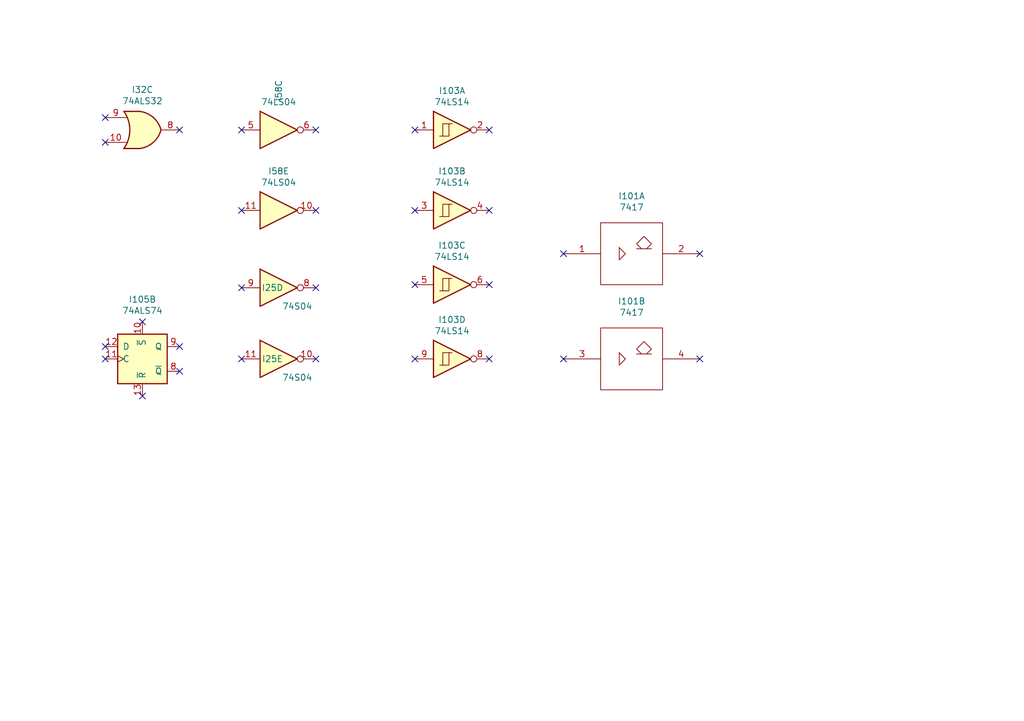
<source format=kicad_sch>
(kicad_sch (version 20211123) (generator eeschema)

  (uuid 4c3becc9-79e1-4d4a-a3fd-a6e8750302a2)

  (paper "A5")

  (title_block
    (title "Spare Logic")
    (date "2022-06-08")
    (rev "0.2")
    (company "DragonPlus Electronics")
    (comment 1 "John Whitworth")
    (comment 2 "Gates left unconnected in case required for fixes.")
    (comment 3 "including Richard Harding's Dragon Beta PCB images.")
    (comment 4 "Reverse Engineering of Dragon Beta from various sources")
  )

  (lib_symbols
    (symbol "74xx:74LS04" (in_bom yes) (on_board yes)
      (property "Reference" "U" (id 0) (at 0 1.27 0)
        (effects (font (size 1.27 1.27)))
      )
      (property "Value" "74LS04" (id 1) (at 0 -1.27 0)
        (effects (font (size 1.27 1.27)))
      )
      (property "Footprint" "" (id 2) (at 0 0 0)
        (effects (font (size 1.27 1.27)) hide)
      )
      (property "Datasheet" "http://www.ti.com/lit/gpn/sn74LS04" (id 3) (at 0 0 0)
        (effects (font (size 1.27 1.27)) hide)
      )
      (property "ki_locked" "" (id 4) (at 0 0 0)
        (effects (font (size 1.27 1.27)))
      )
      (property "ki_keywords" "TTL not inv" (id 5) (at 0 0 0)
        (effects (font (size 1.27 1.27)) hide)
      )
      (property "ki_description" "Hex Inverter" (id 6) (at 0 0 0)
        (effects (font (size 1.27 1.27)) hide)
      )
      (property "ki_fp_filters" "DIP*W7.62mm* SSOP?14* TSSOP?14*" (id 7) (at 0 0 0)
        (effects (font (size 1.27 1.27)) hide)
      )
      (symbol "74LS04_1_0"
        (polyline
          (pts
            (xy -3.81 3.81)
            (xy -3.81 -3.81)
            (xy 3.81 0)
            (xy -3.81 3.81)
          )
          (stroke (width 0.254) (type default) (color 0 0 0 0))
          (fill (type background))
        )
        (pin input line (at -7.62 0 0) (length 3.81)
          (name "~" (effects (font (size 1.27 1.27))))
          (number "1" (effects (font (size 1.27 1.27))))
        )
        (pin output inverted (at 7.62 0 180) (length 3.81)
          (name "~" (effects (font (size 1.27 1.27))))
          (number "2" (effects (font (size 1.27 1.27))))
        )
      )
      (symbol "74LS04_2_0"
        (polyline
          (pts
            (xy -3.81 3.81)
            (xy -3.81 -3.81)
            (xy 3.81 0)
            (xy -3.81 3.81)
          )
          (stroke (width 0.254) (type default) (color 0 0 0 0))
          (fill (type background))
        )
        (pin input line (at -7.62 0 0) (length 3.81)
          (name "~" (effects (font (size 1.27 1.27))))
          (number "3" (effects (font (size 1.27 1.27))))
        )
        (pin output inverted (at 7.62 0 180) (length 3.81)
          (name "~" (effects (font (size 1.27 1.27))))
          (number "4" (effects (font (size 1.27 1.27))))
        )
      )
      (symbol "74LS04_3_0"
        (polyline
          (pts
            (xy -3.81 3.81)
            (xy -3.81 -3.81)
            (xy 3.81 0)
            (xy -3.81 3.81)
          )
          (stroke (width 0.254) (type default) (color 0 0 0 0))
          (fill (type background))
        )
        (pin input line (at -7.62 0 0) (length 3.81)
          (name "~" (effects (font (size 1.27 1.27))))
          (number "5" (effects (font (size 1.27 1.27))))
        )
        (pin output inverted (at 7.62 0 180) (length 3.81)
          (name "~" (effects (font (size 1.27 1.27))))
          (number "6" (effects (font (size 1.27 1.27))))
        )
      )
      (symbol "74LS04_4_0"
        (polyline
          (pts
            (xy -3.81 3.81)
            (xy -3.81 -3.81)
            (xy 3.81 0)
            (xy -3.81 3.81)
          )
          (stroke (width 0.254) (type default) (color 0 0 0 0))
          (fill (type background))
        )
        (pin output inverted (at 7.62 0 180) (length 3.81)
          (name "~" (effects (font (size 1.27 1.27))))
          (number "8" (effects (font (size 1.27 1.27))))
        )
        (pin input line (at -7.62 0 0) (length 3.81)
          (name "~" (effects (font (size 1.27 1.27))))
          (number "9" (effects (font (size 1.27 1.27))))
        )
      )
      (symbol "74LS04_5_0"
        (polyline
          (pts
            (xy -3.81 3.81)
            (xy -3.81 -3.81)
            (xy 3.81 0)
            (xy -3.81 3.81)
          )
          (stroke (width 0.254) (type default) (color 0 0 0 0))
          (fill (type background))
        )
        (pin output inverted (at 7.62 0 180) (length 3.81)
          (name "~" (effects (font (size 1.27 1.27))))
          (number "10" (effects (font (size 1.27 1.27))))
        )
        (pin input line (at -7.62 0 0) (length 3.81)
          (name "~" (effects (font (size 1.27 1.27))))
          (number "11" (effects (font (size 1.27 1.27))))
        )
      )
      (symbol "74LS04_6_0"
        (polyline
          (pts
            (xy -3.81 3.81)
            (xy -3.81 -3.81)
            (xy 3.81 0)
            (xy -3.81 3.81)
          )
          (stroke (width 0.254) (type default) (color 0 0 0 0))
          (fill (type background))
        )
        (pin output inverted (at 7.62 0 180) (length 3.81)
          (name "~" (effects (font (size 1.27 1.27))))
          (number "12" (effects (font (size 1.27 1.27))))
        )
        (pin input line (at -7.62 0 0) (length 3.81)
          (name "~" (effects (font (size 1.27 1.27))))
          (number "13" (effects (font (size 1.27 1.27))))
        )
      )
      (symbol "74LS04_7_0"
        (pin power_in line (at 0 12.7 270) (length 5.08)
          (name "VCC" (effects (font (size 1.27 1.27))))
          (number "14" (effects (font (size 1.27 1.27))))
        )
        (pin power_in line (at 0 -12.7 90) (length 5.08)
          (name "GND" (effects (font (size 1.27 1.27))))
          (number "7" (effects (font (size 1.27 1.27))))
        )
      )
      (symbol "74LS04_7_1"
        (rectangle (start -5.08 7.62) (end 5.08 -7.62)
          (stroke (width 0.254) (type default) (color 0 0 0 0))
          (fill (type background))
        )
      )
    )
    (symbol "74xx:74LS14" (pin_names (offset 1.016)) (in_bom yes) (on_board yes)
      (property "Reference" "U" (id 0) (at 0 1.27 0)
        (effects (font (size 1.27 1.27)))
      )
      (property "Value" "74LS14" (id 1) (at 0 -1.27 0)
        (effects (font (size 1.27 1.27)))
      )
      (property "Footprint" "" (id 2) (at 0 0 0)
        (effects (font (size 1.27 1.27)) hide)
      )
      (property "Datasheet" "http://www.ti.com/lit/gpn/sn74LS14" (id 3) (at 0 0 0)
        (effects (font (size 1.27 1.27)) hide)
      )
      (property "ki_locked" "" (id 4) (at 0 0 0)
        (effects (font (size 1.27 1.27)))
      )
      (property "ki_keywords" "TTL not inverter" (id 5) (at 0 0 0)
        (effects (font (size 1.27 1.27)) hide)
      )
      (property "ki_description" "Hex inverter schmitt trigger" (id 6) (at 0 0 0)
        (effects (font (size 1.27 1.27)) hide)
      )
      (property "ki_fp_filters" "DIP*W7.62mm*" (id 7) (at 0 0 0)
        (effects (font (size 1.27 1.27)) hide)
      )
      (symbol "74LS14_1_0"
        (polyline
          (pts
            (xy -3.81 3.81)
            (xy -3.81 -3.81)
            (xy 3.81 0)
            (xy -3.81 3.81)
          )
          (stroke (width 0.254) (type default) (color 0 0 0 0))
          (fill (type background))
        )
        (pin input line (at -7.62 0 0) (length 3.81)
          (name "~" (effects (font (size 1.27 1.27))))
          (number "1" (effects (font (size 1.27 1.27))))
        )
        (pin output inverted (at 7.62 0 180) (length 3.81)
          (name "~" (effects (font (size 1.27 1.27))))
          (number "2" (effects (font (size 1.27 1.27))))
        )
      )
      (symbol "74LS14_1_1"
        (polyline
          (pts
            (xy -1.905 -1.27)
            (xy -1.905 1.27)
            (xy -0.635 1.27)
          )
          (stroke (width 0) (type default) (color 0 0 0 0))
          (fill (type none))
        )
        (polyline
          (pts
            (xy -2.54 -1.27)
            (xy -0.635 -1.27)
            (xy -0.635 1.27)
            (xy 0 1.27)
          )
          (stroke (width 0) (type default) (color 0 0 0 0))
          (fill (type none))
        )
      )
      (symbol "74LS14_2_0"
        (polyline
          (pts
            (xy -3.81 3.81)
            (xy -3.81 -3.81)
            (xy 3.81 0)
            (xy -3.81 3.81)
          )
          (stroke (width 0.254) (type default) (color 0 0 0 0))
          (fill (type background))
        )
        (pin input line (at -7.62 0 0) (length 3.81)
          (name "~" (effects (font (size 1.27 1.27))))
          (number "3" (effects (font (size 1.27 1.27))))
        )
        (pin output inverted (at 7.62 0 180) (length 3.81)
          (name "~" (effects (font (size 1.27 1.27))))
          (number "4" (effects (font (size 1.27 1.27))))
        )
      )
      (symbol "74LS14_2_1"
        (polyline
          (pts
            (xy -1.905 -1.27)
            (xy -1.905 1.27)
            (xy -0.635 1.27)
          )
          (stroke (width 0) (type default) (color 0 0 0 0))
          (fill (type none))
        )
        (polyline
          (pts
            (xy -2.54 -1.27)
            (xy -0.635 -1.27)
            (xy -0.635 1.27)
            (xy 0 1.27)
          )
          (stroke (width 0) (type default) (color 0 0 0 0))
          (fill (type none))
        )
      )
      (symbol "74LS14_3_0"
        (polyline
          (pts
            (xy -3.81 3.81)
            (xy -3.81 -3.81)
            (xy 3.81 0)
            (xy -3.81 3.81)
          )
          (stroke (width 0.254) (type default) (color 0 0 0 0))
          (fill (type background))
        )
        (pin input line (at -7.62 0 0) (length 3.81)
          (name "~" (effects (font (size 1.27 1.27))))
          (number "5" (effects (font (size 1.27 1.27))))
        )
        (pin output inverted (at 7.62 0 180) (length 3.81)
          (name "~" (effects (font (size 1.27 1.27))))
          (number "6" (effects (font (size 1.27 1.27))))
        )
      )
      (symbol "74LS14_3_1"
        (polyline
          (pts
            (xy -1.905 -1.27)
            (xy -1.905 1.27)
            (xy -0.635 1.27)
          )
          (stroke (width 0) (type default) (color 0 0 0 0))
          (fill (type none))
        )
        (polyline
          (pts
            (xy -2.54 -1.27)
            (xy -0.635 -1.27)
            (xy -0.635 1.27)
            (xy 0 1.27)
          )
          (stroke (width 0) (type default) (color 0 0 0 0))
          (fill (type none))
        )
      )
      (symbol "74LS14_4_0"
        (polyline
          (pts
            (xy -3.81 3.81)
            (xy -3.81 -3.81)
            (xy 3.81 0)
            (xy -3.81 3.81)
          )
          (stroke (width 0.254) (type default) (color 0 0 0 0))
          (fill (type background))
        )
        (pin output inverted (at 7.62 0 180) (length 3.81)
          (name "~" (effects (font (size 1.27 1.27))))
          (number "8" (effects (font (size 1.27 1.27))))
        )
        (pin input line (at -7.62 0 0) (length 3.81)
          (name "~" (effects (font (size 1.27 1.27))))
          (number "9" (effects (font (size 1.27 1.27))))
        )
      )
      (symbol "74LS14_4_1"
        (polyline
          (pts
            (xy -1.905 -1.27)
            (xy -1.905 1.27)
            (xy -0.635 1.27)
          )
          (stroke (width 0) (type default) (color 0 0 0 0))
          (fill (type none))
        )
        (polyline
          (pts
            (xy -2.54 -1.27)
            (xy -0.635 -1.27)
            (xy -0.635 1.27)
            (xy 0 1.27)
          )
          (stroke (width 0) (type default) (color 0 0 0 0))
          (fill (type none))
        )
      )
      (symbol "74LS14_5_0"
        (polyline
          (pts
            (xy -3.81 3.81)
            (xy -3.81 -3.81)
            (xy 3.81 0)
            (xy -3.81 3.81)
          )
          (stroke (width 0.254) (type default) (color 0 0 0 0))
          (fill (type background))
        )
        (pin output inverted (at 7.62 0 180) (length 3.81)
          (name "~" (effects (font (size 1.27 1.27))))
          (number "10" (effects (font (size 1.27 1.27))))
        )
        (pin input line (at -7.62 0 0) (length 3.81)
          (name "~" (effects (font (size 1.27 1.27))))
          (number "11" (effects (font (size 1.27 1.27))))
        )
      )
      (symbol "74LS14_5_1"
        (polyline
          (pts
            (xy -1.905 -1.27)
            (xy -1.905 1.27)
            (xy -0.635 1.27)
          )
          (stroke (width 0) (type default) (color 0 0 0 0))
          (fill (type none))
        )
        (polyline
          (pts
            (xy -2.54 -1.27)
            (xy -0.635 -1.27)
            (xy -0.635 1.27)
            (xy 0 1.27)
          )
          (stroke (width 0) (type default) (color 0 0 0 0))
          (fill (type none))
        )
      )
      (symbol "74LS14_6_0"
        (polyline
          (pts
            (xy -3.81 3.81)
            (xy -3.81 -3.81)
            (xy 3.81 0)
            (xy -3.81 3.81)
          )
          (stroke (width 0.254) (type default) (color 0 0 0 0))
          (fill (type background))
        )
        (pin output inverted (at 7.62 0 180) (length 3.81)
          (name "~" (effects (font (size 1.27 1.27))))
          (number "12" (effects (font (size 1.27 1.27))))
        )
        (pin input line (at -7.62 0 0) (length 3.81)
          (name "~" (effects (font (size 1.27 1.27))))
          (number "13" (effects (font (size 1.27 1.27))))
        )
      )
      (symbol "74LS14_6_1"
        (polyline
          (pts
            (xy -1.905 -1.27)
            (xy -1.905 1.27)
            (xy -0.635 1.27)
          )
          (stroke (width 0) (type default) (color 0 0 0 0))
          (fill (type none))
        )
        (polyline
          (pts
            (xy -2.54 -1.27)
            (xy -0.635 -1.27)
            (xy -0.635 1.27)
            (xy 0 1.27)
          )
          (stroke (width 0) (type default) (color 0 0 0 0))
          (fill (type none))
        )
      )
      (symbol "74LS14_7_0"
        (pin power_in line (at 0 12.7 270) (length 5.08)
          (name "VCC" (effects (font (size 1.27 1.27))))
          (number "14" (effects (font (size 1.27 1.27))))
        )
        (pin power_in line (at 0 -12.7 90) (length 5.08)
          (name "GND" (effects (font (size 1.27 1.27))))
          (number "7" (effects (font (size 1.27 1.27))))
        )
      )
      (symbol "74LS14_7_1"
        (rectangle (start -5.08 7.62) (end 5.08 -7.62)
          (stroke (width 0.254) (type default) (color 0 0 0 0))
          (fill (type background))
        )
      )
    )
    (symbol "74xx:74LS32" (pin_names (offset 1.016)) (in_bom yes) (on_board yes)
      (property "Reference" "U" (id 0) (at 0 1.27 0)
        (effects (font (size 1.27 1.27)))
      )
      (property "Value" "74LS32" (id 1) (at 0 -1.27 0)
        (effects (font (size 1.27 1.27)))
      )
      (property "Footprint" "" (id 2) (at 0 0 0)
        (effects (font (size 1.27 1.27)) hide)
      )
      (property "Datasheet" "http://www.ti.com/lit/gpn/sn74LS32" (id 3) (at 0 0 0)
        (effects (font (size 1.27 1.27)) hide)
      )
      (property "ki_locked" "" (id 4) (at 0 0 0)
        (effects (font (size 1.27 1.27)))
      )
      (property "ki_keywords" "TTL Or2" (id 5) (at 0 0 0)
        (effects (font (size 1.27 1.27)) hide)
      )
      (property "ki_description" "Quad 2-input OR" (id 6) (at 0 0 0)
        (effects (font (size 1.27 1.27)) hide)
      )
      (property "ki_fp_filters" "DIP?14*" (id 7) (at 0 0 0)
        (effects (font (size 1.27 1.27)) hide)
      )
      (symbol "74LS32_1_1"
        (arc (start -3.81 -3.81) (mid -2.589 0) (end -3.81 3.81)
          (stroke (width 0.254) (type default) (color 0 0 0 0))
          (fill (type none))
        )
        (arc (start -0.6096 -3.81) (mid 2.1855 -2.584) (end 3.81 0)
          (stroke (width 0.254) (type default) (color 0 0 0 0))
          (fill (type background))
        )
        (polyline
          (pts
            (xy -3.81 -3.81)
            (xy -0.635 -3.81)
          )
          (stroke (width 0.254) (type default) (color 0 0 0 0))
          (fill (type background))
        )
        (polyline
          (pts
            (xy -3.81 3.81)
            (xy -0.635 3.81)
          )
          (stroke (width 0.254) (type default) (color 0 0 0 0))
          (fill (type background))
        )
        (polyline
          (pts
            (xy -0.635 3.81)
            (xy -3.81 3.81)
            (xy -3.81 3.81)
            (xy -3.556 3.4036)
            (xy -3.0226 2.2606)
            (xy -2.6924 1.0414)
            (xy -2.6162 -0.254)
            (xy -2.7686 -1.4986)
            (xy -3.175 -2.7178)
            (xy -3.81 -3.81)
            (xy -3.81 -3.81)
            (xy -0.635 -3.81)
          )
          (stroke (width -25.4) (type default) (color 0 0 0 0))
          (fill (type background))
        )
        (arc (start 3.81 0) (mid 2.1928 2.5925) (end -0.6096 3.81)
          (stroke (width 0.254) (type default) (color 0 0 0 0))
          (fill (type background))
        )
        (pin input line (at -7.62 2.54 0) (length 4.318)
          (name "~" (effects (font (size 1.27 1.27))))
          (number "1" (effects (font (size 1.27 1.27))))
        )
        (pin input line (at -7.62 -2.54 0) (length 4.318)
          (name "~" (effects (font (size 1.27 1.27))))
          (number "2" (effects (font (size 1.27 1.27))))
        )
        (pin output line (at 7.62 0 180) (length 3.81)
          (name "~" (effects (font (size 1.27 1.27))))
          (number "3" (effects (font (size 1.27 1.27))))
        )
      )
      (symbol "74LS32_1_2"
        (arc (start 0 -3.81) (mid 3.81 0) (end 0 3.81)
          (stroke (width 0.254) (type default) (color 0 0 0 0))
          (fill (type background))
        )
        (polyline
          (pts
            (xy 0 3.81)
            (xy -3.81 3.81)
            (xy -3.81 -3.81)
            (xy 0 -3.81)
          )
          (stroke (width 0.254) (type default) (color 0 0 0 0))
          (fill (type background))
        )
        (pin input inverted (at -7.62 2.54 0) (length 3.81)
          (name "~" (effects (font (size 1.27 1.27))))
          (number "1" (effects (font (size 1.27 1.27))))
        )
        (pin input inverted (at -7.62 -2.54 0) (length 3.81)
          (name "~" (effects (font (size 1.27 1.27))))
          (number "2" (effects (font (size 1.27 1.27))))
        )
        (pin output inverted (at 7.62 0 180) (length 3.81)
          (name "~" (effects (font (size 1.27 1.27))))
          (number "3" (effects (font (size 1.27 1.27))))
        )
      )
      (symbol "74LS32_2_1"
        (arc (start -3.81 -3.81) (mid -2.589 0) (end -3.81 3.81)
          (stroke (width 0.254) (type default) (color 0 0 0 0))
          (fill (type none))
        )
        (arc (start -0.6096 -3.81) (mid 2.1855 -2.584) (end 3.81 0)
          (stroke (width 0.254) (type default) (color 0 0 0 0))
          (fill (type background))
        )
        (polyline
          (pts
            (xy -3.81 -3.81)
            (xy -0.635 -3.81)
          )
          (stroke (width 0.254) (type default) (color 0 0 0 0))
          (fill (type background))
        )
        (polyline
          (pts
            (xy -3.81 3.81)
            (xy -0.635 3.81)
          )
          (stroke (width 0.254) (type default) (color 0 0 0 0))
          (fill (type background))
        )
        (polyline
          (pts
            (xy -0.635 3.81)
            (xy -3.81 3.81)
            (xy -3.81 3.81)
            (xy -3.556 3.4036)
            (xy -3.0226 2.2606)
            (xy -2.6924 1.0414)
            (xy -2.6162 -0.254)
            (xy -2.7686 -1.4986)
            (xy -3.175 -2.7178)
            (xy -3.81 -3.81)
            (xy -3.81 -3.81)
            (xy -0.635 -3.81)
          )
          (stroke (width -25.4) (type default) (color 0 0 0 0))
          (fill (type background))
        )
        (arc (start 3.81 0) (mid 2.1928 2.5925) (end -0.6096 3.81)
          (stroke (width 0.254) (type default) (color 0 0 0 0))
          (fill (type background))
        )
        (pin input line (at -7.62 2.54 0) (length 4.318)
          (name "~" (effects (font (size 1.27 1.27))))
          (number "4" (effects (font (size 1.27 1.27))))
        )
        (pin input line (at -7.62 -2.54 0) (length 4.318)
          (name "~" (effects (font (size 1.27 1.27))))
          (number "5" (effects (font (size 1.27 1.27))))
        )
        (pin output line (at 7.62 0 180) (length 3.81)
          (name "~" (effects (font (size 1.27 1.27))))
          (number "6" (effects (font (size 1.27 1.27))))
        )
      )
      (symbol "74LS32_2_2"
        (arc (start 0 -3.81) (mid 3.81 0) (end 0 3.81)
          (stroke (width 0.254) (type default) (color 0 0 0 0))
          (fill (type background))
        )
        (polyline
          (pts
            (xy 0 3.81)
            (xy -3.81 3.81)
            (xy -3.81 -3.81)
            (xy 0 -3.81)
          )
          (stroke (width 0.254) (type default) (color 0 0 0 0))
          (fill (type background))
        )
        (pin input inverted (at -7.62 2.54 0) (length 3.81)
          (name "~" (effects (font (size 1.27 1.27))))
          (number "4" (effects (font (size 1.27 1.27))))
        )
        (pin input inverted (at -7.62 -2.54 0) (length 3.81)
          (name "~" (effects (font (size 1.27 1.27))))
          (number "5" (effects (font (size 1.27 1.27))))
        )
        (pin output inverted (at 7.62 0 180) (length 3.81)
          (name "~" (effects (font (size 1.27 1.27))))
          (number "6" (effects (font (size 1.27 1.27))))
        )
      )
      (symbol "74LS32_3_1"
        (arc (start -3.81 -3.81) (mid -2.589 0) (end -3.81 3.81)
          (stroke (width 0.254) (type default) (color 0 0 0 0))
          (fill (type none))
        )
        (arc (start -0.6096 -3.81) (mid 2.1855 -2.584) (end 3.81 0)
          (stroke (width 0.254) (type default) (color 0 0 0 0))
          (fill (type background))
        )
        (polyline
          (pts
            (xy -3.81 -3.81)
            (xy -0.635 -3.81)
          )
          (stroke (width 0.254) (type default) (color 0 0 0 0))
          (fill (type background))
        )
        (polyline
          (pts
            (xy -3.81 3.81)
            (xy -0.635 3.81)
          )
          (stroke (width 0.254) (type default) (color 0 0 0 0))
          (fill (type background))
        )
        (polyline
          (pts
            (xy -0.635 3.81)
            (xy -3.81 3.81)
            (xy -3.81 3.81)
            (xy -3.556 3.4036)
            (xy -3.0226 2.2606)
            (xy -2.6924 1.0414)
            (xy -2.6162 -0.254)
            (xy -2.7686 -1.4986)
            (xy -3.175 -2.7178)
            (xy -3.81 -3.81)
            (xy -3.81 -3.81)
            (xy -0.635 -3.81)
          )
          (stroke (width -25.4) (type default) (color 0 0 0 0))
          (fill (type background))
        )
        (arc (start 3.81 0) (mid 2.1928 2.5925) (end -0.6096 3.81)
          (stroke (width 0.254) (type default) (color 0 0 0 0))
          (fill (type background))
        )
        (pin input line (at -7.62 -2.54 0) (length 4.318)
          (name "~" (effects (font (size 1.27 1.27))))
          (number "10" (effects (font (size 1.27 1.27))))
        )
        (pin output line (at 7.62 0 180) (length 3.81)
          (name "~" (effects (font (size 1.27 1.27))))
          (number "8" (effects (font (size 1.27 1.27))))
        )
        (pin input line (at -7.62 2.54 0) (length 4.318)
          (name "~" (effects (font (size 1.27 1.27))))
          (number "9" (effects (font (size 1.27 1.27))))
        )
      )
      (symbol "74LS32_3_2"
        (arc (start 0 -3.81) (mid 3.81 0) (end 0 3.81)
          (stroke (width 0.254) (type default) (color 0 0 0 0))
          (fill (type background))
        )
        (polyline
          (pts
            (xy 0 3.81)
            (xy -3.81 3.81)
            (xy -3.81 -3.81)
            (xy 0 -3.81)
          )
          (stroke (width 0.254) (type default) (color 0 0 0 0))
          (fill (type background))
        )
        (pin input inverted (at -7.62 -2.54 0) (length 3.81)
          (name "~" (effects (font (size 1.27 1.27))))
          (number "10" (effects (font (size 1.27 1.27))))
        )
        (pin output inverted (at 7.62 0 180) (length 3.81)
          (name "~" (effects (font (size 1.27 1.27))))
          (number "8" (effects (font (size 1.27 1.27))))
        )
        (pin input inverted (at -7.62 2.54 0) (length 3.81)
          (name "~" (effects (font (size 1.27 1.27))))
          (number "9" (effects (font (size 1.27 1.27))))
        )
      )
      (symbol "74LS32_4_1"
        (arc (start -3.81 -3.81) (mid -2.589 0) (end -3.81 3.81)
          (stroke (width 0.254) (type default) (color 0 0 0 0))
          (fill (type none))
        )
        (arc (start -0.6096 -3.81) (mid 2.1855 -2.584) (end 3.81 0)
          (stroke (width 0.254) (type default) (color 0 0 0 0))
          (fill (type background))
        )
        (polyline
          (pts
            (xy -3.81 -3.81)
            (xy -0.635 -3.81)
          )
          (stroke (width 0.254) (type default) (color 0 0 0 0))
          (fill (type background))
        )
        (polyline
          (pts
            (xy -3.81 3.81)
            (xy -0.635 3.81)
          )
          (stroke (width 0.254) (type default) (color 0 0 0 0))
          (fill (type background))
        )
        (polyline
          (pts
            (xy -0.635 3.81)
            (xy -3.81 3.81)
            (xy -3.81 3.81)
            (xy -3.556 3.4036)
            (xy -3.0226 2.2606)
            (xy -2.6924 1.0414)
            (xy -2.6162 -0.254)
            (xy -2.7686 -1.4986)
            (xy -3.175 -2.7178)
            (xy -3.81 -3.81)
            (xy -3.81 -3.81)
            (xy -0.635 -3.81)
          )
          (stroke (width -25.4) (type default) (color 0 0 0 0))
          (fill (type background))
        )
        (arc (start 3.81 0) (mid 2.1928 2.5925) (end -0.6096 3.81)
          (stroke (width 0.254) (type default) (color 0 0 0 0))
          (fill (type background))
        )
        (pin output line (at 7.62 0 180) (length 3.81)
          (name "~" (effects (font (size 1.27 1.27))))
          (number "11" (effects (font (size 1.27 1.27))))
        )
        (pin input line (at -7.62 2.54 0) (length 4.318)
          (name "~" (effects (font (size 1.27 1.27))))
          (number "12" (effects (font (size 1.27 1.27))))
        )
        (pin input line (at -7.62 -2.54 0) (length 4.318)
          (name "~" (effects (font (size 1.27 1.27))))
          (number "13" (effects (font (size 1.27 1.27))))
        )
      )
      (symbol "74LS32_4_2"
        (arc (start 0 -3.81) (mid 3.81 0) (end 0 3.81)
          (stroke (width 0.254) (type default) (color 0 0 0 0))
          (fill (type background))
        )
        (polyline
          (pts
            (xy 0 3.81)
            (xy -3.81 3.81)
            (xy -3.81 -3.81)
            (xy 0 -3.81)
          )
          (stroke (width 0.254) (type default) (color 0 0 0 0))
          (fill (type background))
        )
        (pin output inverted (at 7.62 0 180) (length 3.81)
          (name "~" (effects (font (size 1.27 1.27))))
          (number "11" (effects (font (size 1.27 1.27))))
        )
        (pin input inverted (at -7.62 2.54 0) (length 3.81)
          (name "~" (effects (font (size 1.27 1.27))))
          (number "12" (effects (font (size 1.27 1.27))))
        )
        (pin input inverted (at -7.62 -2.54 0) (length 3.81)
          (name "~" (effects (font (size 1.27 1.27))))
          (number "13" (effects (font (size 1.27 1.27))))
        )
      )
      (symbol "74LS32_5_0"
        (pin power_in line (at 0 12.7 270) (length 5.08)
          (name "VCC" (effects (font (size 1.27 1.27))))
          (number "14" (effects (font (size 1.27 1.27))))
        )
        (pin power_in line (at 0 -12.7 90) (length 5.08)
          (name "GND" (effects (font (size 1.27 1.27))))
          (number "7" (effects (font (size 1.27 1.27))))
        )
      )
      (symbol "74LS32_5_1"
        (rectangle (start -5.08 7.62) (end 5.08 -7.62)
          (stroke (width 0.254) (type default) (color 0 0 0 0))
          (fill (type background))
        )
      )
    )
    (symbol "74xx:74LS74" (pin_names (offset 1.016)) (in_bom yes) (on_board yes)
      (property "Reference" "U" (id 0) (at -7.62 8.89 0)
        (effects (font (size 1.27 1.27)))
      )
      (property "Value" "74LS74" (id 1) (at -7.62 -8.89 0)
        (effects (font (size 1.27 1.27)))
      )
      (property "Footprint" "" (id 2) (at 0 0 0)
        (effects (font (size 1.27 1.27)) hide)
      )
      (property "Datasheet" "74xx/74hc_hct74.pdf" (id 3) (at 0 0 0)
        (effects (font (size 1.27 1.27)) hide)
      )
      (property "ki_locked" "" (id 4) (at 0 0 0)
        (effects (font (size 1.27 1.27)))
      )
      (property "ki_keywords" "TTL DFF" (id 5) (at 0 0 0)
        (effects (font (size 1.27 1.27)) hide)
      )
      (property "ki_description" "Dual D Flip-flop, Set & Reset" (id 6) (at 0 0 0)
        (effects (font (size 1.27 1.27)) hide)
      )
      (property "ki_fp_filters" "DIP*W7.62mm*" (id 7) (at 0 0 0)
        (effects (font (size 1.27 1.27)) hide)
      )
      (symbol "74LS74_1_0"
        (pin input line (at 0 -7.62 90) (length 2.54)
          (name "~{R}" (effects (font (size 1.27 1.27))))
          (number "1" (effects (font (size 1.27 1.27))))
        )
        (pin input line (at -7.62 2.54 0) (length 2.54)
          (name "D" (effects (font (size 1.27 1.27))))
          (number "2" (effects (font (size 1.27 1.27))))
        )
        (pin input clock (at -7.62 0 0) (length 2.54)
          (name "C" (effects (font (size 1.27 1.27))))
          (number "3" (effects (font (size 1.27 1.27))))
        )
        (pin input line (at 0 7.62 270) (length 2.54)
          (name "~{S}" (effects (font (size 1.27 1.27))))
          (number "4" (effects (font (size 1.27 1.27))))
        )
        (pin output line (at 7.62 2.54 180) (length 2.54)
          (name "Q" (effects (font (size 1.27 1.27))))
          (number "5" (effects (font (size 1.27 1.27))))
        )
        (pin output line (at 7.62 -2.54 180) (length 2.54)
          (name "~{Q}" (effects (font (size 1.27 1.27))))
          (number "6" (effects (font (size 1.27 1.27))))
        )
      )
      (symbol "74LS74_1_1"
        (rectangle (start -5.08 5.08) (end 5.08 -5.08)
          (stroke (width 0.254) (type default) (color 0 0 0 0))
          (fill (type background))
        )
      )
      (symbol "74LS74_2_0"
        (pin input line (at 0 7.62 270) (length 2.54)
          (name "~{S}" (effects (font (size 1.27 1.27))))
          (number "10" (effects (font (size 1.27 1.27))))
        )
        (pin input clock (at -7.62 0 0) (length 2.54)
          (name "C" (effects (font (size 1.27 1.27))))
          (number "11" (effects (font (size 1.27 1.27))))
        )
        (pin input line (at -7.62 2.54 0) (length 2.54)
          (name "D" (effects (font (size 1.27 1.27))))
          (number "12" (effects (font (size 1.27 1.27))))
        )
        (pin input line (at 0 -7.62 90) (length 2.54)
          (name "~{R}" (effects (font (size 1.27 1.27))))
          (number "13" (effects (font (size 1.27 1.27))))
        )
        (pin output line (at 7.62 -2.54 180) (length 2.54)
          (name "~{Q}" (effects (font (size 1.27 1.27))))
          (number "8" (effects (font (size 1.27 1.27))))
        )
        (pin output line (at 7.62 2.54 180) (length 2.54)
          (name "Q" (effects (font (size 1.27 1.27))))
          (number "9" (effects (font (size 1.27 1.27))))
        )
      )
      (symbol "74LS74_2_1"
        (rectangle (start -5.08 5.08) (end 5.08 -5.08)
          (stroke (width 0.254) (type default) (color 0 0 0 0))
          (fill (type background))
        )
      )
      (symbol "74LS74_3_0"
        (pin power_in line (at 0 10.16 270) (length 2.54)
          (name "VCC" (effects (font (size 1.27 1.27))))
          (number "14" (effects (font (size 1.27 1.27))))
        )
        (pin power_in line (at 0 -10.16 90) (length 2.54)
          (name "GND" (effects (font (size 1.27 1.27))))
          (number "7" (effects (font (size 1.27 1.27))))
        )
      )
      (symbol "74LS74_3_1"
        (rectangle (start -5.08 7.62) (end 5.08 -7.62)
          (stroke (width 0.254) (type default) (color 0 0 0 0))
          (fill (type background))
        )
      )
    )
    (symbol "74xx_IEEE:7417" (pin_names (offset 0.762)) (in_bom yes) (on_board yes)
      (property "Reference" "U" (id 0) (at 3.81 8.89 0)
        (effects (font (size 1.27 1.27)))
      )
      (property "Value" "7417" (id 1) (at 3.81 -7.62 0)
        (effects (font (size 1.27 1.27)))
      )
      (property "Footprint" "" (id 2) (at 0 0 0)
        (effects (font (size 1.27 1.27)) hide)
      )
      (property "Datasheet" "" (id 3) (at 0 0 0)
        (effects (font (size 1.27 1.27)) hide)
      )
      (symbol "7417_0_1"
        (rectangle (start -6.35 6.35) (end 6.35 -6.35)
          (stroke (width 0) (type default) (color 0 0 0 0))
          (fill (type none))
        )
        (polyline
          (pts
            (xy -2.54 1.27)
            (xy -2.54 -1.27)
            (xy -1.27 0)
            (xy -2.54 1.27)
            (xy -2.54 1.27)
          )
          (stroke (width 0) (type default) (color 0 0 0 0))
          (fill (type none))
        )
        (polyline
          (pts
            (xy 3.048 1.016)
            (xy 4.064 2.032)
            (xy 2.54 3.556)
            (xy 1.016 2.032)
            (xy 2.032 1.016)
            (xy 1.016 1.016)
            (xy 4.064 1.016)
            (xy 4.064 1.016)
          )
          (stroke (width 0) (type default) (color 0 0 0 0))
          (fill (type none))
        )
        (pin power_in line (at 0 6.35 270) (length 0) hide
          (name "+5V" (effects (font (size 1.27 1.27))))
          (number "14" (effects (font (size 1.27 1.27))))
        )
        (pin power_in line (at 0 -6.35 90) (length 0) hide
          (name "GND" (effects (font (size 1.27 1.27))))
          (number "7" (effects (font (size 1.27 1.27))))
        )
      )
      (symbol "7417_1_1"
        (pin input line (at -13.97 0 0) (length 7.62)
          (name "~" (effects (font (size 1.27 1.27))))
          (number "1" (effects (font (size 1.27 1.27))))
        )
        (pin open_collector line (at 13.97 0 180) (length 7.62)
          (name "~" (effects (font (size 1.27 1.27))))
          (number "2" (effects (font (size 1.27 1.27))))
        )
      )
      (symbol "7417_2_1"
        (pin input line (at -13.97 0 0) (length 7.62)
          (name "~" (effects (font (size 1.27 1.27))))
          (number "3" (effects (font (size 1.27 1.27))))
        )
        (pin open_collector line (at 13.97 0 180) (length 7.62)
          (name "~" (effects (font (size 1.27 1.27))))
          (number "4" (effects (font (size 1.27 1.27))))
        )
      )
      (symbol "7417_3_1"
        (pin input line (at -13.97 0 0) (length 7.62)
          (name "~" (effects (font (size 1.27 1.27))))
          (number "5" (effects (font (size 1.27 1.27))))
        )
        (pin open_collector line (at 13.97 0 180) (length 7.62)
          (name "~" (effects (font (size 1.27 1.27))))
          (number "6" (effects (font (size 1.27 1.27))))
        )
      )
      (symbol "7417_4_1"
        (pin open_collector line (at 13.97 0 180) (length 7.62)
          (name "~" (effects (font (size 1.27 1.27))))
          (number "8" (effects (font (size 1.27 1.27))))
        )
        (pin input line (at -13.97 0 0) (length 7.62)
          (name "~" (effects (font (size 1.27 1.27))))
          (number "9" (effects (font (size 1.27 1.27))))
        )
      )
      (symbol "7417_5_1"
        (pin open_collector line (at 13.97 0 180) (length 7.62)
          (name "~" (effects (font (size 1.27 1.27))))
          (number "10" (effects (font (size 1.27 1.27))))
        )
        (pin input line (at -13.97 0 0) (length 7.62)
          (name "~" (effects (font (size 1.27 1.27))))
          (number "11" (effects (font (size 1.27 1.27))))
        )
      )
      (symbol "7417_6_1"
        (pin open_collector line (at 13.97 0 180) (length 7.62)
          (name "~" (effects (font (size 1.27 1.27))))
          (number "12" (effects (font (size 1.27 1.27))))
        )
        (pin input line (at -13.97 0 0) (length 7.62)
          (name "~" (effects (font (size 1.27 1.27))))
          (number "13" (effects (font (size 1.27 1.27))))
        )
      )
    )
  )


  (no_connect (at 143.51 73.66) (uuid 0055c566-1bb9-4dca-9f40-a3d410083f17))
  (no_connect (at 85.09 26.67) (uuid 02c80ffa-2b57-4150-98f7-5e8f2570992c))
  (no_connect (at 100.33 26.67) (uuid 02c80ffa-2b57-4150-98f7-5e8f2570992d))
  (no_connect (at 85.09 73.66) (uuid 03a63f52-8df2-4f4e-9eeb-27be343fca3c))
  (no_connect (at 21.59 29.21) (uuid 141414b1-1bcd-442d-bbd8-6a270a318c24))
  (no_connect (at 21.59 24.13) (uuid 16fd6387-98ad-4883-b9f4-ba84a5a69705))
  (no_connect (at 85.09 58.42) (uuid 329bd092-f73a-4f8c-9638-3b2b1a2116ee))
  (no_connect (at 115.57 73.66) (uuid 385258e6-e9de-4674-b879-7be24408fe00))
  (no_connect (at 64.77 59.055) (uuid 4026a35e-188c-4f42-bf35-b3222a339289))
  (no_connect (at 49.53 59.055) (uuid 44476657-d4cd-4509-807c-92511eccb6ec))
  (no_connect (at 21.59 73.66) (uuid 54bd95b5-da0b-432b-89f2-2ea4473dd39a))
  (no_connect (at 64.77 73.66) (uuid 6de337d2-d24c-4d7b-90f2-0b512adc4ef5))
  (no_connect (at 29.21 81.28) (uuid 8148f27e-82df-4f3a-bdb9-b9490eb0dc22))
  (no_connect (at 115.57 52.07) (uuid 8ef84c80-4db0-48c2-b02a-76019afc3fa8))
  (no_connect (at 36.83 76.2) (uuid 96f6da59-8a48-4f88-bb4c-d51e4a889afa))
  (no_connect (at 36.83 26.67) (uuid a158cd78-8099-4405-a9ad-63bae382e611))
  (no_connect (at 85.09 43.18) (uuid a15c980b-1d1b-4ab1-b3db-27442a3c3751))
  (no_connect (at 29.21 66.04) (uuid a23b397a-82fb-40ce-af9f-2b85bb879d10))
  (no_connect (at 143.51 52.07) (uuid a5c3f03d-ebb1-4984-821e-a3e78d9a4f98))
  (no_connect (at 49.53 73.66) (uuid a94d5c2c-961f-434b-8419-be14ab83286c))
  (no_connect (at 49.53 26.67) (uuid b6788960-4f32-400d-9ae2-2cfe94e68ed3))
  (no_connect (at 100.33 73.66) (uuid b7b0b2d0-2479-43ea-8412-e9fdd7010c3d))
  (no_connect (at 64.77 43.18) (uuid ba15c385-ee9b-4228-9ce3-df95dfc8c73c))
  (no_connect (at 49.53 43.18) (uuid ba96a06e-110e-4efc-95b1-a84820cfe041))
  (no_connect (at 64.77 26.67) (uuid c1f1dd14-9442-42d5-82f9-cfc67ff41b82))
  (no_connect (at 21.59 71.12) (uuid c4846a19-51a3-42d9-b1e5-246367916b07))
  (no_connect (at 100.33 58.42) (uuid d3d4ad1b-eeaa-4fbc-bcb5-043e2bc24ffc))
  (no_connect (at 36.83 71.12) (uuid ddc9d80f-cbc5-4613-97f1-6200c65b642d))
  (no_connect (at 100.33 43.18) (uuid f1e9b636-d06b-4746-9474-be8c7d96a3ed))

  (symbol (lib_id "74xx:74LS14") (at 92.71 26.67 0) (unit 1)
    (in_bom yes) (on_board yes)
    (uuid 00000000-0000-0000-0000-00006163051e)
    (property "Reference" "I103" (id 0) (at 92.71 18.6182 0))
    (property "Value" "74LS14" (id 1) (at 92.71 20.9296 0))
    (property "Footprint" "Package_DIP:DIP-14_W7.62mm" (id 2) (at 92.71 26.67 0)
      (effects (font (size 1.27 1.27)) hide)
    )
    (property "Datasheet" "http://www.ti.com/lit/gpn/sn74LS14" (id 3) (at 92.71 26.67 0)
      (effects (font (size 1.27 1.27)) hide)
    )
    (pin "1" (uuid db66c643-2a36-4b1b-baf4-14b930b0231c))
    (pin "2" (uuid 1ff33512-a45c-4226-b1c5-a1319549bf40))
  )

  (symbol (lib_id "74xx:74LS04") (at 57.15 43.18 0) (unit 5)
    (in_bom yes) (on_board yes)
    (uuid 105cd27f-0e57-4e84-a54b-51b07197401a)
    (property "Reference" "I58" (id 0) (at 57.15 35.1282 0))
    (property "Value" "74LS04" (id 1) (at 57.15 37.4396 0))
    (property "Footprint" "Package_DIP:DIP-14_W7.62mm" (id 2) (at 57.15 43.18 0)
      (effects (font (size 1.27 1.27)) hide)
    )
    (property "Datasheet" "http://www.ti.com/lit/gpn/sn74LS04" (id 3) (at 57.15 43.18 0)
      (effects (font (size 1.27 1.27)) hide)
    )
    (pin "10" (uuid 6c84cc2b-945c-4c7a-89be-e9406284644a))
    (pin "11" (uuid 516e6981-193a-4a04-9940-be347eb3cfcd))
  )

  (symbol (lib_id "74xx:74LS14") (at 92.71 58.42 0) (unit 3)
    (in_bom yes) (on_board yes)
    (uuid 24be9af0-6f51-45cf-82eb-443832aa0553)
    (property "Reference" "I103" (id 0) (at 92.71 50.3682 0))
    (property "Value" "74LS14" (id 1) (at 92.71 52.6796 0))
    (property "Footprint" "Package_DIP:DIP-14_W7.62mm" (id 2) (at 92.71 58.42 0)
      (effects (font (size 1.27 1.27)) hide)
    )
    (property "Datasheet" "http://www.ti.com/lit/gpn/sn74LS14" (id 3) (at 92.71 58.42 0)
      (effects (font (size 1.27 1.27)) hide)
    )
    (pin "5" (uuid 73903351-f0f1-4245-a0fe-f612dcdb5475))
    (pin "6" (uuid 88e68cef-341f-4487-a812-fc2c1ecd6804))
  )

  (symbol (lib_id "74xx_IEEE:7417") (at 129.54 52.07 0) (unit 1)
    (in_bom yes) (on_board yes)
    (uuid 43d25633-9b19-4233-8fdd-6586937d324b)
    (property "Reference" "I101" (id 0) (at 129.54 40.2336 0))
    (property "Value" "7417" (id 1) (at 129.54 42.545 0))
    (property "Footprint" "Package_DIP:DIP-14_W7.62mm" (id 2) (at 129.54 52.07 0)
      (effects (font (size 1.27 1.27)) hide)
    )
    (property "Datasheet" "" (id 3) (at 129.54 52.07 0)
      (effects (font (size 1.27 1.27)) hide)
    )
    (pin "14" (uuid 3251795e-8989-4ac5-aa8d-b55f87b1fa8d))
    (pin "7" (uuid 14e39794-242c-461b-a49b-2b7e2ad3e9ab))
    (pin "1" (uuid e0045b9d-438f-4f0d-97a4-14df0335d230))
    (pin "2" (uuid 6779fb5e-d940-44c2-8c45-2f1cd6b3181e))
  )

  (symbol (lib_id "74xx:74LS32") (at 29.21 26.67 0) (unit 3)
    (in_bom yes) (on_board yes)
    (uuid 6c975aba-6944-4428-a221-1e716adf4a8c)
    (property "Reference" "I32" (id 0) (at 29.21 18.415 0))
    (property "Value" "74ALS32" (id 1) (at 29.21 20.7264 0))
    (property "Footprint" "Package_DIP:DIP-14_W7.62mm" (id 2) (at 29.21 26.67 0)
      (effects (font (size 1.27 1.27)) hide)
    )
    (property "Datasheet" "http://www.ti.com/lit/gpn/sn74LS32" (id 3) (at 29.21 26.67 0)
      (effects (font (size 1.27 1.27)) hide)
    )
    (pin "10" (uuid e8d8348e-7163-4478-b263-f581f3644ea0))
    (pin "8" (uuid e4fa2aac-b23f-4867-a82c-639dfe9b6a04))
    (pin "9" (uuid cc1e946e-ba81-4cb7-bf98-6abd00d7e838))
  )

  (symbol (lib_id "74xx:74LS74") (at 29.21 73.66 0) (unit 2)
    (in_bom yes) (on_board yes)
    (uuid 8d8aa8eb-7edf-4f9f-bab8-2429d6db524f)
    (property "Reference" "I105" (id 0) (at 29.21 61.4426 0))
    (property "Value" "74ALS74" (id 1) (at 29.21 63.754 0))
    (property "Footprint" "Package_DIP:DIP-14_W7.62mm" (id 2) (at 29.21 73.66 0)
      (effects (font (size 1.27 1.27)) hide)
    )
    (property "Datasheet" "74xx/74hc_hct74.pdf" (id 3) (at 29.21 73.66 0)
      (effects (font (size 1.27 1.27)) hide)
    )
    (pin "10" (uuid f608f7d3-3606-4ae2-9d12-93b07838e950))
    (pin "11" (uuid 80b5e5c8-57a5-42d7-94a3-92c2cc93f068))
    (pin "12" (uuid 1e9d82c6-42c5-44e3-9c42-feec3f5362af))
    (pin "13" (uuid 8132cdd1-de9c-4565-b84e-41bd3ca63b79))
    (pin "8" (uuid 62172b59-59f3-4b00-a498-efa44ac5c7d0))
    (pin "9" (uuid 4101dad0-6ace-4439-ae3a-c1f119c2e6ba))
  )

  (symbol (lib_id "74xx:74LS14") (at 92.71 73.66 0) (unit 4)
    (in_bom yes) (on_board yes)
    (uuid a8d152de-fd81-43d6-951b-8eb632825f43)
    (property "Reference" "I103" (id 0) (at 92.71 65.6082 0))
    (property "Value" "74LS14" (id 1) (at 92.71 67.9196 0))
    (property "Footprint" "Package_DIP:DIP-14_W7.62mm" (id 2) (at 92.71 73.66 0)
      (effects (font (size 1.27 1.27)) hide)
    )
    (property "Datasheet" "http://www.ti.com/lit/gpn/sn74LS14" (id 3) (at 92.71 73.66 0)
      (effects (font (size 1.27 1.27)) hide)
    )
    (pin "8" (uuid 42b23642-d162-466c-848c-c54082604a85))
    (pin "9" (uuid ca670c5d-f8a0-4f08-95fa-28a35c38f09a))
  )

  (symbol (lib_id "74xx:74LS04") (at 57.15 59.055 0) (unit 4)
    (in_bom yes) (on_board yes)
    (uuid ad9784c5-91c3-4803-a62a-094da7f913b7)
    (property "Reference" "I25" (id 0) (at 55.88 59.055 0))
    (property "Value" "74S04" (id 1) (at 60.96 62.865 0))
    (property "Footprint" "Package_DIP:DIP-14_W7.62mm" (id 2) (at 57.15 59.055 0)
      (effects (font (size 1.27 1.27)) hide)
    )
    (property "Datasheet" "http://www.ti.com/lit/gpn/sn74LS04" (id 3) (at 57.15 59.055 0)
      (effects (font (size 1.27 1.27)) hide)
    )
    (pin "8" (uuid 48f558c6-c8d4-40c7-912c-8352a3acdd10))
    (pin "9" (uuid 39c683ad-79d1-44e2-bd48-b3a0e85cb345))
  )

  (symbol (lib_id "74xx:74LS14") (at 92.71 43.18 0) (unit 2)
    (in_bom yes) (on_board yes)
    (uuid d67d4182-947a-4fe3-a821-19dc6f293135)
    (property "Reference" "I103" (id 0) (at 92.71 35.1282 0))
    (property "Value" "74LS14" (id 1) (at 92.71 37.4396 0))
    (property "Footprint" "Package_DIP:DIP-14_W7.62mm" (id 2) (at 92.71 43.18 0)
      (effects (font (size 1.27 1.27)) hide)
    )
    (property "Datasheet" "http://www.ti.com/lit/gpn/sn74LS14" (id 3) (at 92.71 43.18 0)
      (effects (font (size 1.27 1.27)) hide)
    )
    (pin "3" (uuid 0f6f6af4-8aa9-4f82-af4e-45c74284f716))
    (pin "4" (uuid 6e750300-c15d-40a5-8bda-8418a557aac4))
  )

  (symbol (lib_id "74xx_IEEE:7417") (at 129.54 73.66 0) (unit 2)
    (in_bom yes) (on_board yes)
    (uuid e93e0cf1-64e4-4939-aff8-64d1efe07a2a)
    (property "Reference" "I101" (id 0) (at 129.54 61.8236 0))
    (property "Value" "7417" (id 1) (at 129.54 64.135 0))
    (property "Footprint" "Package_DIP:DIP-14_W7.62mm" (id 2) (at 129.54 73.66 0)
      (effects (font (size 1.27 1.27)) hide)
    )
    (property "Datasheet" "" (id 3) (at 129.54 73.66 0)
      (effects (font (size 1.27 1.27)) hide)
    )
    (pin "14" (uuid 599e8f6c-4873-4466-9187-e7580248a2b2))
    (pin "7" (uuid eb17dd86-d529-4743-b812-16004eaecd3a))
    (pin "3" (uuid ffd24309-eebe-4b47-bc83-ee9b8bc33d33))
    (pin "4" (uuid 86e8c497-a24a-4cf9-b4b4-0da555e06f19))
  )

  (symbol (lib_id "74xx:74LS04") (at 57.15 26.67 0) (unit 3)
    (in_bom yes) (on_board yes)
    (uuid f7bfbfb3-0cd7-413e-849c-673ad2249c56)
    (property "Reference" "I58" (id 0) (at 57.15 18.6182 90))
    (property "Value" "74LS04" (id 1) (at 57.15 20.9296 0))
    (property "Footprint" "Package_DIP:DIP-14_W7.62mm" (id 2) (at 57.15 26.67 0)
      (effects (font (size 1.27 1.27)) hide)
    )
    (property "Datasheet" "http://www.ti.com/lit/gpn/sn74LS04" (id 3) (at 57.15 26.67 0)
      (effects (font (size 1.27 1.27)) hide)
    )
    (pin "5" (uuid 8e56c572-ce67-4b28-ba7a-424567aaf12a))
    (pin "6" (uuid d5756657-7bd8-4a11-97ea-63acb242f433))
  )

  (symbol (lib_id "74xx:74LS04") (at 57.15 73.66 0) (unit 5)
    (in_bom yes) (on_board yes)
    (uuid fc5124cb-4934-49c1-858f-da6e335eff58)
    (property "Reference" "I25" (id 0) (at 55.88 73.66 0))
    (property "Value" "74S04" (id 1) (at 60.96 77.47 0))
    (property "Footprint" "Package_DIP:DIP-14_W7.62mm" (id 2) (at 57.15 73.66 0)
      (effects (font (size 1.27 1.27)) hide)
    )
    (property "Datasheet" "http://www.ti.com/lit/gpn/sn74LS04" (id 3) (at 57.15 73.66 0)
      (effects (font (size 1.27 1.27)) hide)
    )
    (pin "10" (uuid ad3c42eb-f35f-49c5-aa2c-fb1c836e191a))
    (pin "11" (uuid 0fc71ee2-f72d-437b-9b51-018f0e895383))
  )
)

</source>
